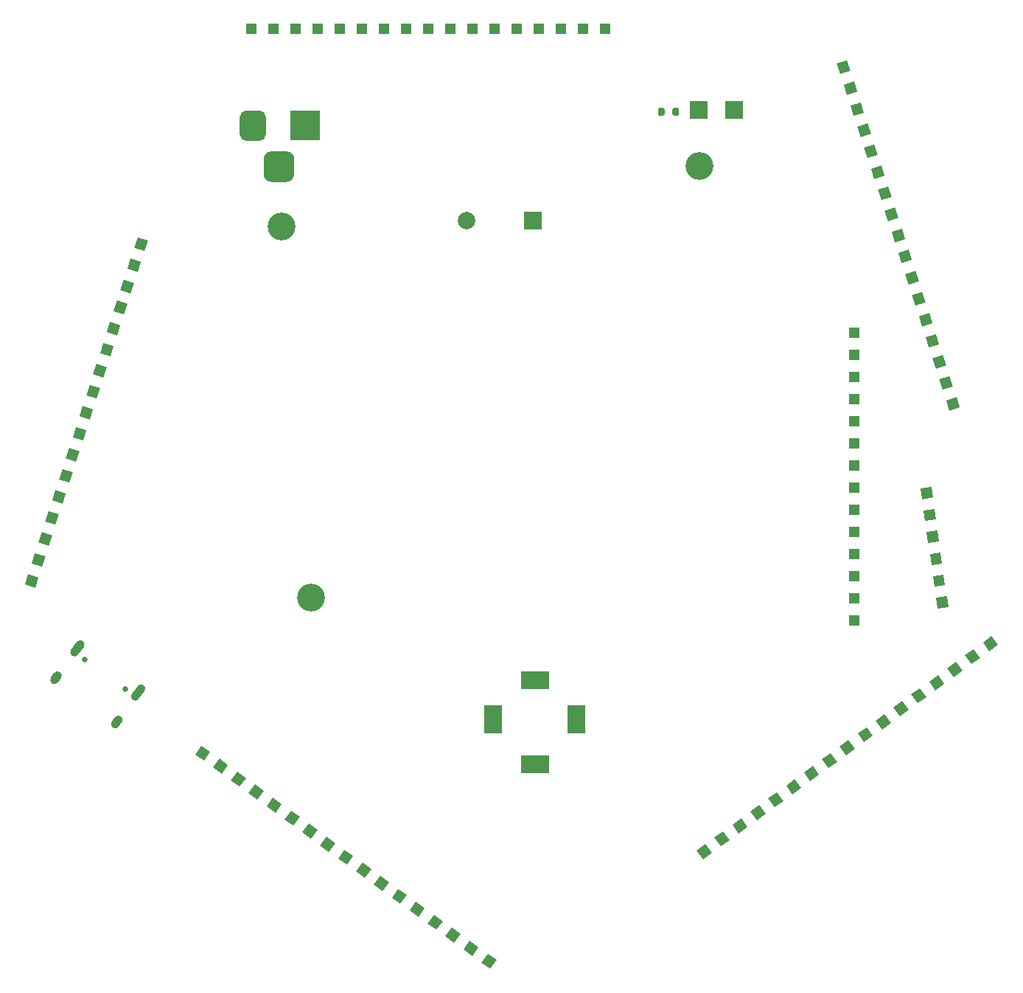
<source format=gbr>
%TF.GenerationSoftware,KiCad,Pcbnew,(5.1.7-0-10_14)*%
%TF.CreationDate,2021-04-07T15:47:16+02:00*%
%TF.ProjectId,Octogone_Sans_Regle,4f63746f-676f-46e6-955f-53616e735f52,rev?*%
%TF.SameCoordinates,Original*%
%TF.FileFunction,Soldermask,Top*%
%TF.FilePolarity,Negative*%
%FSLAX46Y46*%
G04 Gerber Fmt 4.6, Leading zero omitted, Abs format (unit mm)*
G04 Created by KiCad (PCBNEW (5.1.7-0-10_14)) date 2021-04-07 15:47:16*
%MOMM*%
%LPD*%
G01*
G04 APERTURE LIST*
%ADD10C,3.200000*%
%ADD11R,1.250000X1.250000*%
%ADD12C,0.100000*%
%ADD13C,0.650000*%
%ADD14R,2.000000X2.000000*%
%ADD15C,2.000000*%
%ADD16R,3.200000X2.000000*%
%ADD17R,2.000000X3.200000*%
%ADD18R,3.500000X3.500000*%
G04 APERTURE END LIST*
D10*
%TO.C,H3*%
X99900000Y-117890000D03*
%TD*%
%TO.C,H2*%
X144530000Y-68350000D03*
%TD*%
%TO.C,H1*%
X96560000Y-75310000D03*
%TD*%
D11*
%TO.C,U2*%
X162300000Y-102740000D03*
X162300000Y-107820000D03*
X162300000Y-115440000D03*
X162300000Y-90040000D03*
X162300000Y-112900000D03*
X162300000Y-92580000D03*
X162300000Y-110360000D03*
X162300000Y-95120000D03*
X162300000Y-100200000D03*
X162300000Y-105280000D03*
X162300000Y-87500000D03*
X162300000Y-120520000D03*
X162300000Y-117980000D03*
X162300000Y-97660000D03*
%TD*%
D12*
%TO.C,P2*%
G36*
X68244194Y-116755615D02*
G01*
X67055373Y-116369344D01*
X67441644Y-115180523D01*
X68630465Y-115566794D01*
X68244194Y-116755615D01*
G37*
G36*
X69029097Y-114339931D02*
G01*
X67840276Y-113953660D01*
X68226547Y-112764839D01*
X69415368Y-113151110D01*
X69029097Y-114339931D01*
G37*
G36*
X69814000Y-111924248D02*
G01*
X68625179Y-111537977D01*
X69011450Y-110349156D01*
X70200271Y-110735427D01*
X69814000Y-111924248D01*
G37*
G36*
X70598903Y-109508564D02*
G01*
X69410082Y-109122293D01*
X69796353Y-107933472D01*
X70985174Y-108319743D01*
X70598903Y-109508564D01*
G37*
G36*
X71383807Y-107092881D02*
G01*
X70194986Y-106706610D01*
X70581257Y-105517789D01*
X71770078Y-105904060D01*
X71383807Y-107092881D01*
G37*
G36*
X72168710Y-104677197D02*
G01*
X70979889Y-104290926D01*
X71366160Y-103102105D01*
X72554981Y-103488376D01*
X72168710Y-104677197D01*
G37*
G36*
X72953613Y-102261514D02*
G01*
X71764792Y-101875243D01*
X72151063Y-100686422D01*
X73339884Y-101072693D01*
X72953613Y-102261514D01*
G37*
G36*
X73738516Y-99845830D02*
G01*
X72549695Y-99459559D01*
X72935966Y-98270738D01*
X74124787Y-98657009D01*
X73738516Y-99845830D01*
G37*
G36*
X74523419Y-97430147D02*
G01*
X73334598Y-97043876D01*
X73720869Y-95855055D01*
X74909690Y-96241326D01*
X74523419Y-97430147D01*
G37*
G36*
X75308322Y-95014463D02*
G01*
X74119501Y-94628192D01*
X74505772Y-93439371D01*
X75694593Y-93825642D01*
X75308322Y-95014463D01*
G37*
G36*
X76093226Y-92598779D02*
G01*
X74904405Y-92212508D01*
X75290676Y-91023687D01*
X76479497Y-91409958D01*
X76093226Y-92598779D01*
G37*
G36*
X76878129Y-90183096D02*
G01*
X75689308Y-89796825D01*
X76075579Y-88608004D01*
X77264400Y-88994275D01*
X76878129Y-90183096D01*
G37*
G36*
X77663032Y-87767412D02*
G01*
X76474211Y-87381141D01*
X76860482Y-86192320D01*
X78049303Y-86578591D01*
X77663032Y-87767412D01*
G37*
G36*
X78447935Y-85351729D02*
G01*
X77259114Y-84965458D01*
X77645385Y-83776637D01*
X78834206Y-84162908D01*
X78447935Y-85351729D01*
G37*
G36*
X79232838Y-82936045D02*
G01*
X78044017Y-82549774D01*
X78430288Y-81360953D01*
X79619109Y-81747224D01*
X79232838Y-82936045D01*
G37*
G36*
X80017741Y-80520362D02*
G01*
X78828920Y-80134091D01*
X79215191Y-78945270D01*
X80404012Y-79331541D01*
X80017741Y-80520362D01*
G37*
G36*
X80802645Y-78104678D02*
G01*
X79613824Y-77718407D01*
X80000095Y-76529586D01*
X81188916Y-76915857D01*
X80802645Y-78104678D01*
G37*
%TD*%
%TO.C,J2*%
G36*
X170665475Y-110348650D02*
G01*
X171903310Y-110174683D01*
X172077277Y-111412518D01*
X170839442Y-111586485D01*
X170665475Y-110348650D01*
G37*
G36*
X170311975Y-107833370D02*
G01*
X171549810Y-107659403D01*
X171723777Y-108897238D01*
X170485942Y-109071205D01*
X170311975Y-107833370D01*
G37*
G36*
X169958475Y-105318089D02*
G01*
X171196310Y-105144122D01*
X171370277Y-106381957D01*
X170132442Y-106555924D01*
X169958475Y-105318089D01*
G37*
G36*
X171372474Y-115379212D02*
G01*
X172610309Y-115205245D01*
X172784276Y-116443080D01*
X171546441Y-116617047D01*
X171372474Y-115379212D01*
G37*
G36*
X171725974Y-117894493D02*
G01*
X172963809Y-117720526D01*
X173137776Y-118958361D01*
X171899941Y-119132328D01*
X171725974Y-117894493D01*
G37*
G36*
X171018974Y-112863931D02*
G01*
X172256809Y-112689964D01*
X172430776Y-113927799D01*
X171192941Y-114101766D01*
X171018974Y-112863931D01*
G37*
%TD*%
%TO.C,P3*%
G36*
X121232323Y-159462552D02*
G01*
X120497592Y-160473823D01*
X119486321Y-159739092D01*
X120221052Y-158727821D01*
X121232323Y-159462552D01*
G37*
G36*
X119177420Y-157969577D02*
G01*
X118442689Y-158980848D01*
X117431418Y-158246117D01*
X118166149Y-157234846D01*
X119177420Y-157969577D01*
G37*
G36*
X117122517Y-156476603D02*
G01*
X116387786Y-157487874D01*
X115376515Y-156753143D01*
X116111246Y-155741872D01*
X117122517Y-156476603D01*
G37*
G36*
X115067614Y-154983628D02*
G01*
X114332883Y-155994899D01*
X113321612Y-155260168D01*
X114056343Y-154248897D01*
X115067614Y-154983628D01*
G37*
G36*
X113012710Y-153490654D02*
G01*
X112277979Y-154501925D01*
X111266708Y-153767194D01*
X112001439Y-152755923D01*
X113012710Y-153490654D01*
G37*
G36*
X110957807Y-151997679D02*
G01*
X110223076Y-153008950D01*
X109211805Y-152274219D01*
X109946536Y-151262948D01*
X110957807Y-151997679D01*
G37*
G36*
X108902904Y-150504705D02*
G01*
X108168173Y-151515976D01*
X107156902Y-150781245D01*
X107891633Y-149769974D01*
X108902904Y-150504705D01*
G37*
G36*
X106848001Y-149011730D02*
G01*
X106113270Y-150023001D01*
X105101999Y-149288270D01*
X105836730Y-148276999D01*
X106848001Y-149011730D01*
G37*
G36*
X104793098Y-147518756D02*
G01*
X104058367Y-148530027D01*
X103047096Y-147795296D01*
X103781827Y-146784025D01*
X104793098Y-147518756D01*
G37*
G36*
X102738195Y-146025781D02*
G01*
X102003464Y-147037052D01*
X100992193Y-146302321D01*
X101726924Y-145291050D01*
X102738195Y-146025781D01*
G37*
G36*
X100683291Y-144532807D02*
G01*
X99948560Y-145544078D01*
X98937289Y-144809347D01*
X99672020Y-143798076D01*
X100683291Y-144532807D01*
G37*
G36*
X98628388Y-143039832D02*
G01*
X97893657Y-144051103D01*
X96882386Y-143316372D01*
X97617117Y-142305101D01*
X98628388Y-143039832D01*
G37*
G36*
X96573485Y-141546858D02*
G01*
X95838754Y-142558129D01*
X94827483Y-141823398D01*
X95562214Y-140812127D01*
X96573485Y-141546858D01*
G37*
G36*
X94518582Y-140053883D02*
G01*
X93783851Y-141065154D01*
X92772580Y-140330423D01*
X93507311Y-139319152D01*
X94518582Y-140053883D01*
G37*
G36*
X92463679Y-138560908D02*
G01*
X91728948Y-139572179D01*
X90717677Y-138837448D01*
X91452408Y-137826177D01*
X92463679Y-138560908D01*
G37*
G36*
X90408776Y-137067934D02*
G01*
X89674045Y-138079205D01*
X88662774Y-137344474D01*
X89397505Y-136333203D01*
X90408776Y-137067934D01*
G37*
G36*
X88353872Y-135574959D02*
G01*
X87619141Y-136586230D01*
X86607870Y-135851499D01*
X87342601Y-134840228D01*
X88353872Y-135574959D01*
G37*
%TD*%
%TO.C,P1*%
G36*
X160332745Y-56576674D02*
G01*
X161521566Y-56190403D01*
X161907837Y-57379224D01*
X160719016Y-57765495D01*
X160332745Y-56576674D01*
G37*
G36*
X161117648Y-58992358D02*
G01*
X162306469Y-58606087D01*
X162692740Y-59794908D01*
X161503919Y-60181179D01*
X161117648Y-58992358D01*
G37*
G36*
X161902551Y-61408041D02*
G01*
X163091372Y-61021770D01*
X163477643Y-62210591D01*
X162288822Y-62596862D01*
X161902551Y-61408041D01*
G37*
G36*
X162687454Y-63823725D02*
G01*
X163876275Y-63437454D01*
X164262546Y-64626275D01*
X163073725Y-65012546D01*
X162687454Y-63823725D01*
G37*
G36*
X163472358Y-66239408D02*
G01*
X164661179Y-65853137D01*
X165047450Y-67041958D01*
X163858629Y-67428229D01*
X163472358Y-66239408D01*
G37*
G36*
X164257261Y-68655092D02*
G01*
X165446082Y-68268821D01*
X165832353Y-69457642D01*
X164643532Y-69843913D01*
X164257261Y-68655092D01*
G37*
G36*
X165042164Y-71070775D02*
G01*
X166230985Y-70684504D01*
X166617256Y-71873325D01*
X165428435Y-72259596D01*
X165042164Y-71070775D01*
G37*
G36*
X165827067Y-73486459D02*
G01*
X167015888Y-73100188D01*
X167402159Y-74289009D01*
X166213338Y-74675280D01*
X165827067Y-73486459D01*
G37*
G36*
X166611970Y-75902142D02*
G01*
X167800791Y-75515871D01*
X168187062Y-76704692D01*
X166998241Y-77090963D01*
X166611970Y-75902142D01*
G37*
G36*
X167396873Y-78317826D02*
G01*
X168585694Y-77931555D01*
X168971965Y-79120376D01*
X167783144Y-79506647D01*
X167396873Y-78317826D01*
G37*
G36*
X168181777Y-80733510D02*
G01*
X169370598Y-80347239D01*
X169756869Y-81536060D01*
X168568048Y-81922331D01*
X168181777Y-80733510D01*
G37*
G36*
X168966680Y-83149193D02*
G01*
X170155501Y-82762922D01*
X170541772Y-83951743D01*
X169352951Y-84338014D01*
X168966680Y-83149193D01*
G37*
G36*
X169751583Y-85564877D02*
G01*
X170940404Y-85178606D01*
X171326675Y-86367427D01*
X170137854Y-86753698D01*
X169751583Y-85564877D01*
G37*
G36*
X170536486Y-87980560D02*
G01*
X171725307Y-87594289D01*
X172111578Y-88783110D01*
X170922757Y-89169381D01*
X170536486Y-87980560D01*
G37*
G36*
X171321389Y-90396244D02*
G01*
X172510210Y-90009973D01*
X172896481Y-91198794D01*
X171707660Y-91585065D01*
X171321389Y-90396244D01*
G37*
G36*
X172106292Y-92811927D02*
G01*
X173295113Y-92425656D01*
X173681384Y-93614477D01*
X172492563Y-94000748D01*
X172106292Y-92811927D01*
G37*
G36*
X172891196Y-95227611D02*
G01*
X174080017Y-94841340D01*
X174466288Y-96030161D01*
X173277467Y-96416432D01*
X172891196Y-95227611D01*
G37*
%TD*%
D11*
%TO.C,P5*%
X93040000Y-52600000D03*
X95580000Y-52600000D03*
X98120000Y-52600000D03*
X100660000Y-52600000D03*
X103200000Y-52600000D03*
X105740000Y-52600000D03*
X108280000Y-52600000D03*
X110820000Y-52600000D03*
X113360000Y-52600000D03*
X115900000Y-52600000D03*
X118440000Y-52600000D03*
X120980000Y-52600000D03*
X123520000Y-52600000D03*
X126060000Y-52600000D03*
X128600000Y-52600000D03*
X131140000Y-52600000D03*
X133680000Y-52600000D03*
%TD*%
D12*
%TO.C,P4*%
G36*
X178122498Y-122267922D02*
G01*
X178857229Y-123279193D01*
X177845958Y-124013924D01*
X177111227Y-123002653D01*
X178122498Y-122267922D01*
G37*
G36*
X176067595Y-123760897D02*
G01*
X176802326Y-124772168D01*
X175791055Y-125506899D01*
X175056324Y-124495628D01*
X176067595Y-123760897D01*
G37*
G36*
X174012692Y-125253871D02*
G01*
X174747423Y-126265142D01*
X173736152Y-126999873D01*
X173001421Y-125988602D01*
X174012692Y-125253871D01*
G37*
G36*
X171957789Y-126746846D02*
G01*
X172692520Y-127758117D01*
X171681249Y-128492848D01*
X170946518Y-127481577D01*
X171957789Y-126746846D01*
G37*
G36*
X169902885Y-128239820D02*
G01*
X170637616Y-129251091D01*
X169626345Y-129985822D01*
X168891614Y-128974551D01*
X169902885Y-128239820D01*
G37*
G36*
X167847982Y-129732795D02*
G01*
X168582713Y-130744066D01*
X167571442Y-131478797D01*
X166836711Y-130467526D01*
X167847982Y-129732795D01*
G37*
G36*
X165793079Y-131225769D02*
G01*
X166527810Y-132237040D01*
X165516539Y-132971771D01*
X164781808Y-131960500D01*
X165793079Y-131225769D01*
G37*
G36*
X163738176Y-132718744D02*
G01*
X164472907Y-133730015D01*
X163461636Y-134464746D01*
X162726905Y-133453475D01*
X163738176Y-132718744D01*
G37*
G36*
X161683273Y-134211718D02*
G01*
X162418004Y-135222989D01*
X161406733Y-135957720D01*
X160672002Y-134946449D01*
X161683273Y-134211718D01*
G37*
G36*
X159628370Y-135704693D02*
G01*
X160363101Y-136715964D01*
X159351830Y-137450695D01*
X158617099Y-136439424D01*
X159628370Y-135704693D01*
G37*
G36*
X157573466Y-137197667D02*
G01*
X158308197Y-138208938D01*
X157296926Y-138943669D01*
X156562195Y-137932398D01*
X157573466Y-137197667D01*
G37*
G36*
X155518563Y-138690642D02*
G01*
X156253294Y-139701913D01*
X155242023Y-140436644D01*
X154507292Y-139425373D01*
X155518563Y-138690642D01*
G37*
G36*
X153463660Y-140183616D02*
G01*
X154198391Y-141194887D01*
X153187120Y-141929618D01*
X152452389Y-140918347D01*
X153463660Y-140183616D01*
G37*
G36*
X151408757Y-141676591D02*
G01*
X152143488Y-142687862D01*
X151132217Y-143422593D01*
X150397486Y-142411322D01*
X151408757Y-141676591D01*
G37*
G36*
X149353854Y-143169566D02*
G01*
X150088585Y-144180837D01*
X149077314Y-144915568D01*
X148342583Y-143904297D01*
X149353854Y-143169566D01*
G37*
G36*
X147298951Y-144662540D02*
G01*
X148033682Y-145673811D01*
X147022411Y-146408542D01*
X146287680Y-145397271D01*
X147298951Y-144662540D01*
G37*
G36*
X145244047Y-146155515D02*
G01*
X145978778Y-147166786D01*
X144967507Y-147901517D01*
X144232776Y-146890246D01*
X145244047Y-146155515D01*
G37*
%TD*%
%TO.C,P7*%
G36*
G01*
X71218716Y-127111424D02*
X70866044Y-127596834D01*
G75*
G02*
X70167643Y-127707449I-404508J293893D01*
G01*
X70167643Y-127707449D01*
G75*
G02*
X70057028Y-127009048I293893J404508D01*
G01*
X70409700Y-126523638D01*
G75*
G02*
X71108101Y-126413023I404508J-293893D01*
G01*
X71108101Y-126413023D01*
G75*
G02*
X71218716Y-127111424I-293893J-404508D01*
G01*
G37*
D13*
X73940183Y-124947856D03*
G36*
G01*
X78208623Y-132189888D02*
X77855951Y-132675298D01*
G75*
G02*
X77157550Y-132785913I-404508J293893D01*
G01*
X77157550Y-132785913D01*
G75*
G02*
X77046935Y-132087512I293893J404508D01*
G01*
X77399607Y-131602102D01*
G75*
G02*
X78098008Y-131491487I404508J-293893D01*
G01*
X78098008Y-131491487D01*
G75*
G02*
X78208623Y-132189888I-293893J-404508D01*
G01*
G37*
X78616301Y-128345255D03*
G36*
G01*
X80812511Y-128605943D02*
X80165947Y-129495861D01*
G75*
G02*
X79467546Y-129606476I-404508J293893D01*
G01*
X79467546Y-129606476D01*
G75*
G02*
X79356931Y-128908075I293893J404508D01*
G01*
X80003495Y-128018157D01*
G75*
G02*
X80701896Y-127907542I404508J-293893D01*
G01*
X80701896Y-127907542D01*
G75*
G02*
X80812511Y-128605943I-293893J-404508D01*
G01*
G37*
G36*
G01*
X73822604Y-123527479D02*
X73176040Y-124417397D01*
G75*
G02*
X72477639Y-124528012I-404508J293893D01*
G01*
X72477639Y-124528012D01*
G75*
G02*
X72367024Y-123829611I293893J404508D01*
G01*
X73013588Y-122939693D01*
G75*
G02*
X73711989Y-122829078I404508J-293893D01*
G01*
X73711989Y-122829078D01*
G75*
G02*
X73822604Y-123527479I-293893J-404508D01*
G01*
G37*
%TD*%
%TO.C,R11*%
G36*
G01*
X139775000Y-62375000D02*
X139775000Y-61825000D01*
G75*
G02*
X139975000Y-61625000I200000J0D01*
G01*
X140375000Y-61625000D01*
G75*
G02*
X140575000Y-61825000I0J-200000D01*
G01*
X140575000Y-62375000D01*
G75*
G02*
X140375000Y-62575000I-200000J0D01*
G01*
X139975000Y-62575000D01*
G75*
G02*
X139775000Y-62375000I0J200000D01*
G01*
G37*
G36*
G01*
X141425000Y-62375000D02*
X141425000Y-61825000D01*
G75*
G02*
X141625000Y-61625000I200000J0D01*
G01*
X142025000Y-61625000D01*
G75*
G02*
X142225000Y-61825000I0J-200000D01*
G01*
X142225000Y-62375000D01*
G75*
G02*
X142025000Y-62575000I-200000J0D01*
G01*
X141625000Y-62575000D01*
G75*
G02*
X141425000Y-62375000I0J200000D01*
G01*
G37*
%TD*%
D14*
%TO.C,BZ1*%
X125400000Y-74550000D03*
D15*
X117800000Y-74550000D03*
%TD*%
D14*
%TO.C,SW1*%
X144500000Y-61850000D03*
X148500000Y-61850000D03*
%TD*%
D16*
%TO.C,SW2*%
X125650000Y-127350000D03*
X125650000Y-136950000D03*
D17*
X120850000Y-131850000D03*
X130450000Y-131850000D03*
%TD*%
D18*
%TO.C,J1*%
X99250000Y-63700000D03*
G36*
G01*
X91750000Y-64700000D02*
X91750000Y-62700000D01*
G75*
G02*
X92500000Y-61950000I750000J0D01*
G01*
X94000000Y-61950000D01*
G75*
G02*
X94750000Y-62700000I0J-750000D01*
G01*
X94750000Y-64700000D01*
G75*
G02*
X94000000Y-65450000I-750000J0D01*
G01*
X92500000Y-65450000D01*
G75*
G02*
X91750000Y-64700000I0J750000D01*
G01*
G37*
G36*
G01*
X94500000Y-69275000D02*
X94500000Y-67525000D01*
G75*
G02*
X95375000Y-66650000I875000J0D01*
G01*
X97125000Y-66650000D01*
G75*
G02*
X98000000Y-67525000I0J-875000D01*
G01*
X98000000Y-69275000D01*
G75*
G02*
X97125000Y-70150000I-875000J0D01*
G01*
X95375000Y-70150000D01*
G75*
G02*
X94500000Y-69275000I0J875000D01*
G01*
G37*
%TD*%
M02*

</source>
